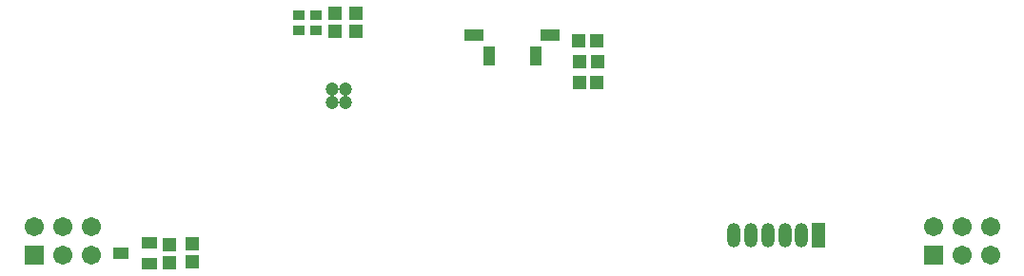
<source format=gts>
G04 Layer_Color=8388736*
%FSLAX44Y44*%
%MOMM*%
G71*
G01*
G75*
%ADD47R,1.1532X1.2032*%
%ADD48R,1.4032X1.0532*%
%ADD49R,1.2032X1.1532*%
%ADD50R,1.0032X0.9532*%
%ADD51R,1.6532X1.0032*%
%ADD52R,1.1032X1.7032*%
%ADD53R,1.2032X2.2032*%
%ADD54O,1.2032X2.2032*%
%ADD55C,1.7032*%
%ADD56R,1.7032X1.7032*%
%ADD57C,1.2032*%
D47*
X140569Y9810D02*
D03*
Y-6190D02*
D03*
X120388Y9376D02*
D03*
Y-6624D02*
D03*
X267673Y199582D02*
D03*
Y215582D02*
D03*
X286495Y215824D02*
D03*
Y199824D02*
D03*
D48*
X77500Y2000D02*
D03*
X102446Y11398D02*
D03*
X102500Y-7500D02*
D03*
D49*
X501000Y154000D02*
D03*
X485000D02*
D03*
X500899Y191514D02*
D03*
X484899D02*
D03*
X485220Y172582D02*
D03*
X501220D02*
D03*
D50*
X235588Y213851D02*
D03*
Y200351D02*
D03*
X250452Y200533D02*
D03*
Y214033D02*
D03*
D51*
X459286Y196534D02*
D03*
X391824D02*
D03*
D52*
X446612Y177738D02*
D03*
X404600D02*
D03*
D53*
X697952Y17768D02*
D03*
D54*
X682952D02*
D03*
X667952D02*
D03*
X652952D02*
D03*
X637952D02*
D03*
X622952D02*
D03*
D55*
X50800Y25400D02*
D03*
Y0D02*
D03*
X25400Y25400D02*
D03*
Y0D02*
D03*
X0Y25400D02*
D03*
X850900D02*
D03*
Y0D02*
D03*
X825500Y25400D02*
D03*
Y0D02*
D03*
X800100Y25400D02*
D03*
D56*
X0Y0D02*
D03*
X800100D02*
D03*
D57*
X265062Y148088D02*
D03*
X277062D02*
D03*
X265062Y136088D02*
D03*
X277062D02*
D03*
M02*

</source>
